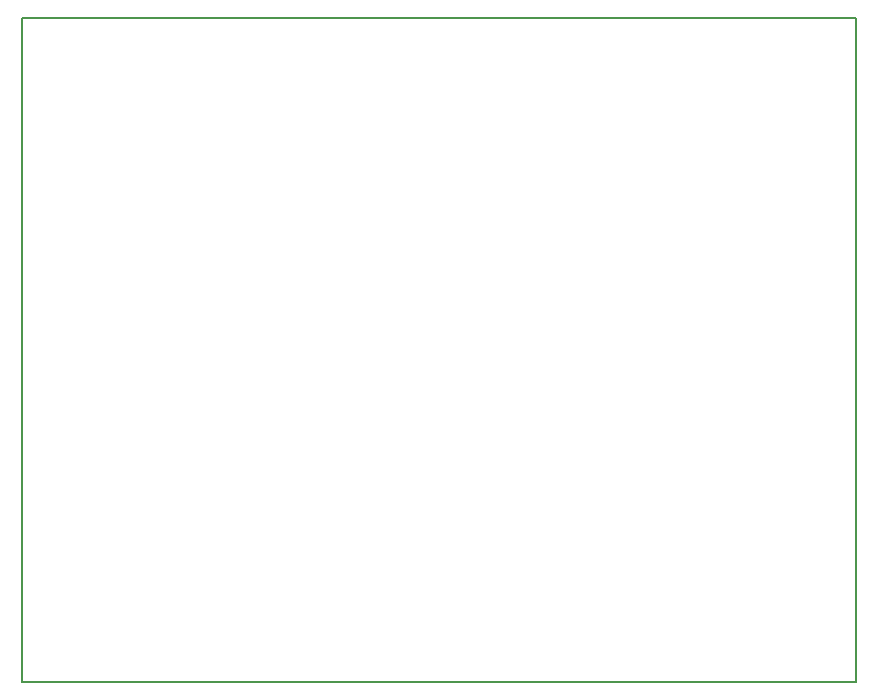
<source format=gm1>
G04 MADE WITH FRITZING*
G04 WWW.FRITZING.ORG*
G04 DOUBLE SIDED*
G04 HOLES PLATED*
G04 CONTOUR ON CENTER OF CONTOUR VECTOR*
%ASAXBY*%
%FSLAX23Y23*%
%MOIN*%
%OFA0B0*%
%SFA1.0B1.0*%
%ADD10R,2.787440X2.222220*%
%ADD11C,0.008000*%
%ADD10C,0.008*%
%LNCONTOUR*%
G90*
G70*
G54D10*
G54D11*
X4Y2218D02*
X2783Y2218D01*
X2783Y4D01*
X4Y4D01*
X4Y2218D01*
D02*
G04 End of contour*
M02*
</source>
